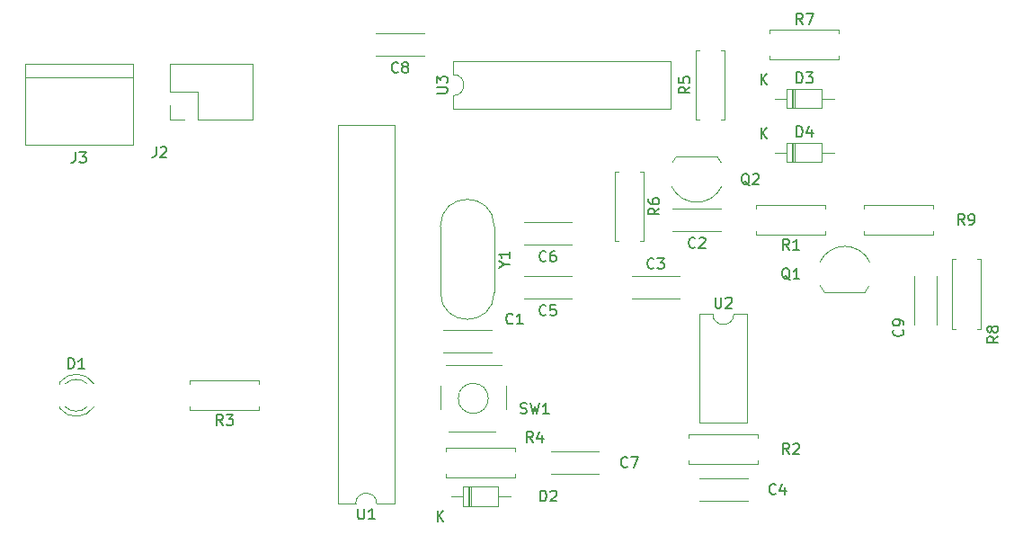
<source format=gbr>
%TF.GenerationSoftware,KiCad,Pcbnew,(6.0.6)*%
%TF.CreationDate,2022-10-04T18:50:56+01:00*%
%TF.ProjectId,VideoTrigger,56696465-6f54-4726-9967-6765722e6b69,rev?*%
%TF.SameCoordinates,Original*%
%TF.FileFunction,Legend,Top*%
%TF.FilePolarity,Positive*%
%FSLAX46Y46*%
G04 Gerber Fmt 4.6, Leading zero omitted, Abs format (unit mm)*
G04 Created by KiCad (PCBNEW (6.0.6)) date 2022-10-04 18:50:56*
%MOMM*%
%LPD*%
G01*
G04 APERTURE LIST*
%ADD10C,0.150000*%
%ADD11C,0.120000*%
G04 APERTURE END LIST*
D10*
%TO.C,Q2*%
X184054761Y-130087619D02*
X183959523Y-130040000D01*
X183864285Y-129944761D01*
X183721428Y-129801904D01*
X183626190Y-129754285D01*
X183530952Y-129754285D01*
X183578571Y-129992380D02*
X183483333Y-129944761D01*
X183388095Y-129849523D01*
X183340476Y-129659047D01*
X183340476Y-129325714D01*
X183388095Y-129135238D01*
X183483333Y-129040000D01*
X183578571Y-128992380D01*
X183769047Y-128992380D01*
X183864285Y-129040000D01*
X183959523Y-129135238D01*
X184007142Y-129325714D01*
X184007142Y-129659047D01*
X183959523Y-129849523D01*
X183864285Y-129944761D01*
X183769047Y-129992380D01*
X183578571Y-129992380D01*
X184388095Y-129087619D02*
X184435714Y-129040000D01*
X184530952Y-128992380D01*
X184769047Y-128992380D01*
X184864285Y-129040000D01*
X184911904Y-129087619D01*
X184959523Y-129182857D01*
X184959523Y-129278095D01*
X184911904Y-129420952D01*
X184340476Y-129992380D01*
X184959523Y-129992380D01*
%TO.C,Q1*%
X187864761Y-138977619D02*
X187769523Y-138930000D01*
X187674285Y-138834761D01*
X187531428Y-138691904D01*
X187436190Y-138644285D01*
X187340952Y-138644285D01*
X187388571Y-138882380D02*
X187293333Y-138834761D01*
X187198095Y-138739523D01*
X187150476Y-138549047D01*
X187150476Y-138215714D01*
X187198095Y-138025238D01*
X187293333Y-137930000D01*
X187388571Y-137882380D01*
X187579047Y-137882380D01*
X187674285Y-137930000D01*
X187769523Y-138025238D01*
X187817142Y-138215714D01*
X187817142Y-138549047D01*
X187769523Y-138739523D01*
X187674285Y-138834761D01*
X187579047Y-138882380D01*
X187388571Y-138882380D01*
X188769523Y-138882380D02*
X188198095Y-138882380D01*
X188483809Y-138882380D02*
X188483809Y-137882380D01*
X188388571Y-138025238D01*
X188293333Y-138120476D01*
X188198095Y-138168095D01*
%TO.C,J3*%
X120570666Y-126960380D02*
X120570666Y-127674666D01*
X120523047Y-127817523D01*
X120427809Y-127912761D01*
X120284952Y-127960380D01*
X120189714Y-127960380D01*
X120951619Y-126960380D02*
X121570666Y-126960380D01*
X121237333Y-127341333D01*
X121380190Y-127341333D01*
X121475428Y-127388952D01*
X121523047Y-127436571D01*
X121570666Y-127531809D01*
X121570666Y-127769904D01*
X121523047Y-127865142D01*
X121475428Y-127912761D01*
X121380190Y-127960380D01*
X121094476Y-127960380D01*
X120999238Y-127912761D01*
X120951619Y-127865142D01*
%TO.C,U1*%
X147193095Y-160532380D02*
X147193095Y-161341904D01*
X147240714Y-161437142D01*
X147288333Y-161484761D01*
X147383571Y-161532380D01*
X147574047Y-161532380D01*
X147669285Y-161484761D01*
X147716904Y-161437142D01*
X147764523Y-161341904D01*
X147764523Y-160532380D01*
X148764523Y-161532380D02*
X148193095Y-161532380D01*
X148478809Y-161532380D02*
X148478809Y-160532380D01*
X148383571Y-160675238D01*
X148288333Y-160770476D01*
X148193095Y-160818095D01*
%TO.C,Y1*%
X160981190Y-137536190D02*
X161457380Y-137536190D01*
X160457380Y-137869523D02*
X160981190Y-137536190D01*
X160457380Y-137202857D01*
X161457380Y-136345714D02*
X161457380Y-136917142D01*
X161457380Y-136631428D02*
X160457380Y-136631428D01*
X160600238Y-136726666D01*
X160695476Y-136821904D01*
X160743095Y-136917142D01*
%TO.C,U3*%
X154602380Y-121411904D02*
X155411904Y-121411904D01*
X155507142Y-121364285D01*
X155554761Y-121316666D01*
X155602380Y-121221428D01*
X155602380Y-121030952D01*
X155554761Y-120935714D01*
X155507142Y-120888095D01*
X155411904Y-120840476D01*
X154602380Y-120840476D01*
X154602380Y-120459523D02*
X154602380Y-119840476D01*
X154983333Y-120173809D01*
X154983333Y-120030952D01*
X155030952Y-119935714D01*
X155078571Y-119888095D01*
X155173809Y-119840476D01*
X155411904Y-119840476D01*
X155507142Y-119888095D01*
X155554761Y-119935714D01*
X155602380Y-120030952D01*
X155602380Y-120316666D01*
X155554761Y-120411904D01*
X155507142Y-120459523D01*
%TO.C,U2*%
X180833095Y-140642380D02*
X180833095Y-141451904D01*
X180880714Y-141547142D01*
X180928333Y-141594761D01*
X181023571Y-141642380D01*
X181214047Y-141642380D01*
X181309285Y-141594761D01*
X181356904Y-141547142D01*
X181404523Y-141451904D01*
X181404523Y-140642380D01*
X181833095Y-140737619D02*
X181880714Y-140690000D01*
X181975952Y-140642380D01*
X182214047Y-140642380D01*
X182309285Y-140690000D01*
X182356904Y-140737619D01*
X182404523Y-140832857D01*
X182404523Y-140928095D01*
X182356904Y-141070952D01*
X181785476Y-141642380D01*
X182404523Y-141642380D01*
%TO.C,SW1*%
X162496666Y-151534761D02*
X162639523Y-151582380D01*
X162877619Y-151582380D01*
X162972857Y-151534761D01*
X163020476Y-151487142D01*
X163068095Y-151391904D01*
X163068095Y-151296666D01*
X163020476Y-151201428D01*
X162972857Y-151153809D01*
X162877619Y-151106190D01*
X162687142Y-151058571D01*
X162591904Y-151010952D01*
X162544285Y-150963333D01*
X162496666Y-150868095D01*
X162496666Y-150772857D01*
X162544285Y-150677619D01*
X162591904Y-150630000D01*
X162687142Y-150582380D01*
X162925238Y-150582380D01*
X163068095Y-150630000D01*
X163401428Y-150582380D02*
X163639523Y-151582380D01*
X163830000Y-150868095D01*
X164020476Y-151582380D01*
X164258571Y-150582380D01*
X165163333Y-151582380D02*
X164591904Y-151582380D01*
X164877619Y-151582380D02*
X164877619Y-150582380D01*
X164782380Y-150725238D01*
X164687142Y-150820476D01*
X164591904Y-150868095D01*
%TO.C,R9*%
X204303333Y-133802380D02*
X203970000Y-133326190D01*
X203731904Y-133802380D02*
X203731904Y-132802380D01*
X204112857Y-132802380D01*
X204208095Y-132850000D01*
X204255714Y-132897619D01*
X204303333Y-132992857D01*
X204303333Y-133135714D01*
X204255714Y-133230952D01*
X204208095Y-133278571D01*
X204112857Y-133326190D01*
X203731904Y-133326190D01*
X204779523Y-133802380D02*
X204970000Y-133802380D01*
X205065238Y-133754761D01*
X205112857Y-133707142D01*
X205208095Y-133564285D01*
X205255714Y-133373809D01*
X205255714Y-132992857D01*
X205208095Y-132897619D01*
X205160476Y-132850000D01*
X205065238Y-132802380D01*
X204874761Y-132802380D01*
X204779523Y-132850000D01*
X204731904Y-132897619D01*
X204684285Y-132992857D01*
X204684285Y-133230952D01*
X204731904Y-133326190D01*
X204779523Y-133373809D01*
X204874761Y-133421428D01*
X205065238Y-133421428D01*
X205160476Y-133373809D01*
X205208095Y-133326190D01*
X205255714Y-133230952D01*
%TO.C,R8*%
X207462380Y-144311666D02*
X206986190Y-144645000D01*
X207462380Y-144883095D02*
X206462380Y-144883095D01*
X206462380Y-144502142D01*
X206510000Y-144406904D01*
X206557619Y-144359285D01*
X206652857Y-144311666D01*
X206795714Y-144311666D01*
X206890952Y-144359285D01*
X206938571Y-144406904D01*
X206986190Y-144502142D01*
X206986190Y-144883095D01*
X206890952Y-143740238D02*
X206843333Y-143835476D01*
X206795714Y-143883095D01*
X206700476Y-143930714D01*
X206652857Y-143930714D01*
X206557619Y-143883095D01*
X206510000Y-143835476D01*
X206462380Y-143740238D01*
X206462380Y-143549761D01*
X206510000Y-143454523D01*
X206557619Y-143406904D01*
X206652857Y-143359285D01*
X206700476Y-143359285D01*
X206795714Y-143406904D01*
X206843333Y-143454523D01*
X206890952Y-143549761D01*
X206890952Y-143740238D01*
X206938571Y-143835476D01*
X206986190Y-143883095D01*
X207081428Y-143930714D01*
X207271904Y-143930714D01*
X207367142Y-143883095D01*
X207414761Y-143835476D01*
X207462380Y-143740238D01*
X207462380Y-143549761D01*
X207414761Y-143454523D01*
X207367142Y-143406904D01*
X207271904Y-143359285D01*
X207081428Y-143359285D01*
X206986190Y-143406904D01*
X206938571Y-143454523D01*
X206890952Y-143549761D01*
%TO.C,R7*%
X189063333Y-114922380D02*
X188730000Y-114446190D01*
X188491904Y-114922380D02*
X188491904Y-113922380D01*
X188872857Y-113922380D01*
X188968095Y-113970000D01*
X189015714Y-114017619D01*
X189063333Y-114112857D01*
X189063333Y-114255714D01*
X189015714Y-114350952D01*
X188968095Y-114398571D01*
X188872857Y-114446190D01*
X188491904Y-114446190D01*
X189396666Y-113922380D02*
X190063333Y-113922380D01*
X189634761Y-114922380D01*
%TO.C,R6*%
X175542380Y-132246666D02*
X175066190Y-132580000D01*
X175542380Y-132818095D02*
X174542380Y-132818095D01*
X174542380Y-132437142D01*
X174590000Y-132341904D01*
X174637619Y-132294285D01*
X174732857Y-132246666D01*
X174875714Y-132246666D01*
X174970952Y-132294285D01*
X175018571Y-132341904D01*
X175066190Y-132437142D01*
X175066190Y-132818095D01*
X174542380Y-131389523D02*
X174542380Y-131580000D01*
X174590000Y-131675238D01*
X174637619Y-131722857D01*
X174780476Y-131818095D01*
X174970952Y-131865714D01*
X175351904Y-131865714D01*
X175447142Y-131818095D01*
X175494761Y-131770476D01*
X175542380Y-131675238D01*
X175542380Y-131484761D01*
X175494761Y-131389523D01*
X175447142Y-131341904D01*
X175351904Y-131294285D01*
X175113809Y-131294285D01*
X175018571Y-131341904D01*
X174970952Y-131389523D01*
X174923333Y-131484761D01*
X174923333Y-131675238D01*
X174970952Y-131770476D01*
X175018571Y-131818095D01*
X175113809Y-131865714D01*
%TO.C,R5*%
X178422380Y-120816666D02*
X177946190Y-121150000D01*
X178422380Y-121388095D02*
X177422380Y-121388095D01*
X177422380Y-121007142D01*
X177470000Y-120911904D01*
X177517619Y-120864285D01*
X177612857Y-120816666D01*
X177755714Y-120816666D01*
X177850952Y-120864285D01*
X177898571Y-120911904D01*
X177946190Y-121007142D01*
X177946190Y-121388095D01*
X177422380Y-119911904D02*
X177422380Y-120388095D01*
X177898571Y-120435714D01*
X177850952Y-120388095D01*
X177803333Y-120292857D01*
X177803333Y-120054761D01*
X177850952Y-119959523D01*
X177898571Y-119911904D01*
X177993809Y-119864285D01*
X178231904Y-119864285D01*
X178327142Y-119911904D01*
X178374761Y-119959523D01*
X178422380Y-120054761D01*
X178422380Y-120292857D01*
X178374761Y-120388095D01*
X178327142Y-120435714D01*
%TO.C,R4*%
X163663333Y-154292380D02*
X163330000Y-153816190D01*
X163091904Y-154292380D02*
X163091904Y-153292380D01*
X163472857Y-153292380D01*
X163568095Y-153340000D01*
X163615714Y-153387619D01*
X163663333Y-153482857D01*
X163663333Y-153625714D01*
X163615714Y-153720952D01*
X163568095Y-153768571D01*
X163472857Y-153816190D01*
X163091904Y-153816190D01*
X164520476Y-153625714D02*
X164520476Y-154292380D01*
X164282380Y-153244761D02*
X164044285Y-153959047D01*
X164663333Y-153959047D01*
%TO.C,R3*%
X134453333Y-152682380D02*
X134120000Y-152206190D01*
X133881904Y-152682380D02*
X133881904Y-151682380D01*
X134262857Y-151682380D01*
X134358095Y-151730000D01*
X134405714Y-151777619D01*
X134453333Y-151872857D01*
X134453333Y-152015714D01*
X134405714Y-152110952D01*
X134358095Y-152158571D01*
X134262857Y-152206190D01*
X133881904Y-152206190D01*
X134786666Y-151682380D02*
X135405714Y-151682380D01*
X135072380Y-152063333D01*
X135215238Y-152063333D01*
X135310476Y-152110952D01*
X135358095Y-152158571D01*
X135405714Y-152253809D01*
X135405714Y-152491904D01*
X135358095Y-152587142D01*
X135310476Y-152634761D01*
X135215238Y-152682380D01*
X134929523Y-152682380D01*
X134834285Y-152634761D01*
X134786666Y-152587142D01*
%TO.C,R2*%
X187793333Y-155392380D02*
X187460000Y-154916190D01*
X187221904Y-155392380D02*
X187221904Y-154392380D01*
X187602857Y-154392380D01*
X187698095Y-154440000D01*
X187745714Y-154487619D01*
X187793333Y-154582857D01*
X187793333Y-154725714D01*
X187745714Y-154820952D01*
X187698095Y-154868571D01*
X187602857Y-154916190D01*
X187221904Y-154916190D01*
X188174285Y-154487619D02*
X188221904Y-154440000D01*
X188317142Y-154392380D01*
X188555238Y-154392380D01*
X188650476Y-154440000D01*
X188698095Y-154487619D01*
X188745714Y-154582857D01*
X188745714Y-154678095D01*
X188698095Y-154820952D01*
X188126666Y-155392380D01*
X188745714Y-155392380D01*
%TO.C,R1*%
X187793333Y-136172380D02*
X187460000Y-135696190D01*
X187221904Y-136172380D02*
X187221904Y-135172380D01*
X187602857Y-135172380D01*
X187698095Y-135220000D01*
X187745714Y-135267619D01*
X187793333Y-135362857D01*
X187793333Y-135505714D01*
X187745714Y-135600952D01*
X187698095Y-135648571D01*
X187602857Y-135696190D01*
X187221904Y-135696190D01*
X188745714Y-136172380D02*
X188174285Y-136172380D01*
X188460000Y-136172380D02*
X188460000Y-135172380D01*
X188364761Y-135315238D01*
X188269523Y-135410476D01*
X188174285Y-135458095D01*
%TO.C,J2*%
X128161666Y-126452380D02*
X128161666Y-127166666D01*
X128114047Y-127309523D01*
X128018809Y-127404761D01*
X127875952Y-127452380D01*
X127780714Y-127452380D01*
X128590238Y-126547619D02*
X128637857Y-126500000D01*
X128733095Y-126452380D01*
X128971190Y-126452380D01*
X129066428Y-126500000D01*
X129114047Y-126547619D01*
X129161666Y-126642857D01*
X129161666Y-126738095D01*
X129114047Y-126880952D01*
X128542619Y-127452380D01*
X129161666Y-127452380D01*
%TO.C,D4*%
X188491904Y-125532380D02*
X188491904Y-124532380D01*
X188730000Y-124532380D01*
X188872857Y-124580000D01*
X188968095Y-124675238D01*
X189015714Y-124770476D01*
X189063333Y-124960952D01*
X189063333Y-125103809D01*
X189015714Y-125294285D01*
X188968095Y-125389523D01*
X188872857Y-125484761D01*
X188730000Y-125532380D01*
X188491904Y-125532380D01*
X189920476Y-124865714D02*
X189920476Y-125532380D01*
X189682380Y-124484761D02*
X189444285Y-125199047D01*
X190063333Y-125199047D01*
X185158095Y-125702380D02*
X185158095Y-124702380D01*
X185729523Y-125702380D02*
X185300952Y-125130952D01*
X185729523Y-124702380D02*
X185158095Y-125273809D01*
%TO.C,D3*%
X188491904Y-120452380D02*
X188491904Y-119452380D01*
X188730000Y-119452380D01*
X188872857Y-119500000D01*
X188968095Y-119595238D01*
X189015714Y-119690476D01*
X189063333Y-119880952D01*
X189063333Y-120023809D01*
X189015714Y-120214285D01*
X188968095Y-120309523D01*
X188872857Y-120404761D01*
X188730000Y-120452380D01*
X188491904Y-120452380D01*
X189396666Y-119452380D02*
X190015714Y-119452380D01*
X189682380Y-119833333D01*
X189825238Y-119833333D01*
X189920476Y-119880952D01*
X189968095Y-119928571D01*
X190015714Y-120023809D01*
X190015714Y-120261904D01*
X189968095Y-120357142D01*
X189920476Y-120404761D01*
X189825238Y-120452380D01*
X189539523Y-120452380D01*
X189444285Y-120404761D01*
X189396666Y-120357142D01*
X185158095Y-120622380D02*
X185158095Y-119622380D01*
X185729523Y-120622380D02*
X185300952Y-120050952D01*
X185729523Y-119622380D02*
X185158095Y-120193809D01*
%TO.C,D2*%
X164361904Y-159837380D02*
X164361904Y-158837380D01*
X164600000Y-158837380D01*
X164742857Y-158885000D01*
X164838095Y-158980238D01*
X164885714Y-159075476D01*
X164933333Y-159265952D01*
X164933333Y-159408809D01*
X164885714Y-159599285D01*
X164838095Y-159694523D01*
X164742857Y-159789761D01*
X164600000Y-159837380D01*
X164361904Y-159837380D01*
X165314285Y-158932619D02*
X165361904Y-158885000D01*
X165457142Y-158837380D01*
X165695238Y-158837380D01*
X165790476Y-158885000D01*
X165838095Y-158932619D01*
X165885714Y-159027857D01*
X165885714Y-159123095D01*
X165838095Y-159265952D01*
X165266666Y-159837380D01*
X165885714Y-159837380D01*
X154678095Y-161742380D02*
X154678095Y-160742380D01*
X155249523Y-161742380D02*
X154820952Y-161170952D01*
X155249523Y-160742380D02*
X154678095Y-161313809D01*
%TO.C,D1*%
X119911904Y-147352380D02*
X119911904Y-146352380D01*
X120150000Y-146352380D01*
X120292857Y-146400000D01*
X120388095Y-146495238D01*
X120435714Y-146590476D01*
X120483333Y-146780952D01*
X120483333Y-146923809D01*
X120435714Y-147114285D01*
X120388095Y-147209523D01*
X120292857Y-147304761D01*
X120150000Y-147352380D01*
X119911904Y-147352380D01*
X121435714Y-147352380D02*
X120864285Y-147352380D01*
X121150000Y-147352380D02*
X121150000Y-146352380D01*
X121054761Y-146495238D01*
X120959523Y-146590476D01*
X120864285Y-146638095D01*
%TO.C,C9*%
X198477142Y-143676666D02*
X198524761Y-143724285D01*
X198572380Y-143867142D01*
X198572380Y-143962380D01*
X198524761Y-144105238D01*
X198429523Y-144200476D01*
X198334285Y-144248095D01*
X198143809Y-144295714D01*
X198000952Y-144295714D01*
X197810476Y-144248095D01*
X197715238Y-144200476D01*
X197620000Y-144105238D01*
X197572380Y-143962380D01*
X197572380Y-143867142D01*
X197620000Y-143724285D01*
X197667619Y-143676666D01*
X198572380Y-143200476D02*
X198572380Y-143010000D01*
X198524761Y-142914761D01*
X198477142Y-142867142D01*
X198334285Y-142771904D01*
X198143809Y-142724285D01*
X197762857Y-142724285D01*
X197667619Y-142771904D01*
X197620000Y-142819523D01*
X197572380Y-142914761D01*
X197572380Y-143105238D01*
X197620000Y-143200476D01*
X197667619Y-143248095D01*
X197762857Y-143295714D01*
X198000952Y-143295714D01*
X198096190Y-143248095D01*
X198143809Y-143200476D01*
X198191428Y-143105238D01*
X198191428Y-142914761D01*
X198143809Y-142819523D01*
X198096190Y-142771904D01*
X198000952Y-142724285D01*
%TO.C,C8*%
X150963333Y-119397142D02*
X150915714Y-119444761D01*
X150772857Y-119492380D01*
X150677619Y-119492380D01*
X150534761Y-119444761D01*
X150439523Y-119349523D01*
X150391904Y-119254285D01*
X150344285Y-119063809D01*
X150344285Y-118920952D01*
X150391904Y-118730476D01*
X150439523Y-118635238D01*
X150534761Y-118540000D01*
X150677619Y-118492380D01*
X150772857Y-118492380D01*
X150915714Y-118540000D01*
X150963333Y-118587619D01*
X151534761Y-118920952D02*
X151439523Y-118873333D01*
X151391904Y-118825714D01*
X151344285Y-118730476D01*
X151344285Y-118682857D01*
X151391904Y-118587619D01*
X151439523Y-118540000D01*
X151534761Y-118492380D01*
X151725238Y-118492380D01*
X151820476Y-118540000D01*
X151868095Y-118587619D01*
X151915714Y-118682857D01*
X151915714Y-118730476D01*
X151868095Y-118825714D01*
X151820476Y-118873333D01*
X151725238Y-118920952D01*
X151534761Y-118920952D01*
X151439523Y-118968571D01*
X151391904Y-119016190D01*
X151344285Y-119111428D01*
X151344285Y-119301904D01*
X151391904Y-119397142D01*
X151439523Y-119444761D01*
X151534761Y-119492380D01*
X151725238Y-119492380D01*
X151820476Y-119444761D01*
X151868095Y-119397142D01*
X151915714Y-119301904D01*
X151915714Y-119111428D01*
X151868095Y-119016190D01*
X151820476Y-118968571D01*
X151725238Y-118920952D01*
%TO.C,C7*%
X172553333Y-156567142D02*
X172505714Y-156614761D01*
X172362857Y-156662380D01*
X172267619Y-156662380D01*
X172124761Y-156614761D01*
X172029523Y-156519523D01*
X171981904Y-156424285D01*
X171934285Y-156233809D01*
X171934285Y-156090952D01*
X171981904Y-155900476D01*
X172029523Y-155805238D01*
X172124761Y-155710000D01*
X172267619Y-155662380D01*
X172362857Y-155662380D01*
X172505714Y-155710000D01*
X172553333Y-155757619D01*
X172886666Y-155662380D02*
X173553333Y-155662380D01*
X173124761Y-156662380D01*
%TO.C,C6*%
X164893333Y-137177142D02*
X164845714Y-137224761D01*
X164702857Y-137272380D01*
X164607619Y-137272380D01*
X164464761Y-137224761D01*
X164369523Y-137129523D01*
X164321904Y-137034285D01*
X164274285Y-136843809D01*
X164274285Y-136700952D01*
X164321904Y-136510476D01*
X164369523Y-136415238D01*
X164464761Y-136320000D01*
X164607619Y-136272380D01*
X164702857Y-136272380D01*
X164845714Y-136320000D01*
X164893333Y-136367619D01*
X165750476Y-136272380D02*
X165560000Y-136272380D01*
X165464761Y-136320000D01*
X165417142Y-136367619D01*
X165321904Y-136510476D01*
X165274285Y-136700952D01*
X165274285Y-137081904D01*
X165321904Y-137177142D01*
X165369523Y-137224761D01*
X165464761Y-137272380D01*
X165655238Y-137272380D01*
X165750476Y-137224761D01*
X165798095Y-137177142D01*
X165845714Y-137081904D01*
X165845714Y-136843809D01*
X165798095Y-136748571D01*
X165750476Y-136700952D01*
X165655238Y-136653333D01*
X165464761Y-136653333D01*
X165369523Y-136700952D01*
X165321904Y-136748571D01*
X165274285Y-136843809D01*
%TO.C,C5*%
X164893333Y-142257142D02*
X164845714Y-142304761D01*
X164702857Y-142352380D01*
X164607619Y-142352380D01*
X164464761Y-142304761D01*
X164369523Y-142209523D01*
X164321904Y-142114285D01*
X164274285Y-141923809D01*
X164274285Y-141780952D01*
X164321904Y-141590476D01*
X164369523Y-141495238D01*
X164464761Y-141400000D01*
X164607619Y-141352380D01*
X164702857Y-141352380D01*
X164845714Y-141400000D01*
X164893333Y-141447619D01*
X165798095Y-141352380D02*
X165321904Y-141352380D01*
X165274285Y-141828571D01*
X165321904Y-141780952D01*
X165417142Y-141733333D01*
X165655238Y-141733333D01*
X165750476Y-141780952D01*
X165798095Y-141828571D01*
X165845714Y-141923809D01*
X165845714Y-142161904D01*
X165798095Y-142257142D01*
X165750476Y-142304761D01*
X165655238Y-142352380D01*
X165417142Y-142352380D01*
X165321904Y-142304761D01*
X165274285Y-142257142D01*
%TO.C,C4*%
X186523333Y-159107142D02*
X186475714Y-159154761D01*
X186332857Y-159202380D01*
X186237619Y-159202380D01*
X186094761Y-159154761D01*
X185999523Y-159059523D01*
X185951904Y-158964285D01*
X185904285Y-158773809D01*
X185904285Y-158630952D01*
X185951904Y-158440476D01*
X185999523Y-158345238D01*
X186094761Y-158250000D01*
X186237619Y-158202380D01*
X186332857Y-158202380D01*
X186475714Y-158250000D01*
X186523333Y-158297619D01*
X187380476Y-158535714D02*
X187380476Y-159202380D01*
X187142380Y-158154761D02*
X186904285Y-158869047D01*
X187523333Y-158869047D01*
%TO.C,C3*%
X175053333Y-137857142D02*
X175005714Y-137904761D01*
X174862857Y-137952380D01*
X174767619Y-137952380D01*
X174624761Y-137904761D01*
X174529523Y-137809523D01*
X174481904Y-137714285D01*
X174434285Y-137523809D01*
X174434285Y-137380952D01*
X174481904Y-137190476D01*
X174529523Y-137095238D01*
X174624761Y-137000000D01*
X174767619Y-136952380D01*
X174862857Y-136952380D01*
X175005714Y-137000000D01*
X175053333Y-137047619D01*
X175386666Y-136952380D02*
X176005714Y-136952380D01*
X175672380Y-137333333D01*
X175815238Y-137333333D01*
X175910476Y-137380952D01*
X175958095Y-137428571D01*
X176005714Y-137523809D01*
X176005714Y-137761904D01*
X175958095Y-137857142D01*
X175910476Y-137904761D01*
X175815238Y-137952380D01*
X175529523Y-137952380D01*
X175434285Y-137904761D01*
X175386666Y-137857142D01*
%TO.C,C2*%
X178943333Y-135907142D02*
X178895714Y-135954761D01*
X178752857Y-136002380D01*
X178657619Y-136002380D01*
X178514761Y-135954761D01*
X178419523Y-135859523D01*
X178371904Y-135764285D01*
X178324285Y-135573809D01*
X178324285Y-135430952D01*
X178371904Y-135240476D01*
X178419523Y-135145238D01*
X178514761Y-135050000D01*
X178657619Y-135002380D01*
X178752857Y-135002380D01*
X178895714Y-135050000D01*
X178943333Y-135097619D01*
X179324285Y-135097619D02*
X179371904Y-135050000D01*
X179467142Y-135002380D01*
X179705238Y-135002380D01*
X179800476Y-135050000D01*
X179848095Y-135097619D01*
X179895714Y-135192857D01*
X179895714Y-135288095D01*
X179848095Y-135430952D01*
X179276666Y-136002380D01*
X179895714Y-136002380D01*
%TO.C,C1*%
X161758333Y-143067142D02*
X161710714Y-143114761D01*
X161567857Y-143162380D01*
X161472619Y-143162380D01*
X161329761Y-143114761D01*
X161234523Y-143019523D01*
X161186904Y-142924285D01*
X161139285Y-142733809D01*
X161139285Y-142590952D01*
X161186904Y-142400476D01*
X161234523Y-142305238D01*
X161329761Y-142210000D01*
X161472619Y-142162380D01*
X161567857Y-142162380D01*
X161710714Y-142210000D01*
X161758333Y-142257619D01*
X162710714Y-143162380D02*
X162139285Y-143162380D01*
X162425000Y-143162380D02*
X162425000Y-142162380D01*
X162329761Y-142305238D01*
X162234523Y-142400476D01*
X162139285Y-142448095D01*
D11*
%TO.C,Q2*%
X181020000Y-127390000D02*
X177170000Y-127390000D01*
X181402631Y-127967955D02*
G75*
G03*
X181020000Y-127390000I-2322631J-1122045D01*
G01*
X176723600Y-130188807D02*
G75*
G03*
X179080000Y-131690000I2356400J1098807D01*
G01*
X177170000Y-127390000D02*
G75*
G03*
X176777617Y-127977736I1910000J-1700000D01*
G01*
X179080000Y-131690000D02*
G75*
G03*
X181436400Y-130188807I0J2600000D01*
G01*
%TO.C,Q1*%
X191100000Y-140130000D02*
X194950000Y-140130000D01*
X190717369Y-139552045D02*
G75*
G03*
X191100000Y-140130000I2322631J1122045D01*
G01*
X195396400Y-137331193D02*
G75*
G03*
X193040000Y-135830000I-2356400J-1098807D01*
G01*
X194950000Y-140130000D02*
G75*
G03*
X195342383Y-139542264I-1910000J1700000D01*
G01*
X193040000Y-135830000D02*
G75*
G03*
X190683600Y-137331193I0J-2600000D01*
G01*
%TO.C,J3*%
X125984000Y-126238000D02*
X125984000Y-118618000D01*
X115824000Y-118618000D02*
X115824000Y-126238000D01*
X115824000Y-119888000D02*
X125984000Y-119888000D01*
X125984000Y-118618000D02*
X115824000Y-118618000D01*
X115824000Y-126238000D02*
X125984000Y-126238000D01*
%TO.C,U1*%
X145305000Y-160080000D02*
X146955000Y-160080000D01*
X145305000Y-124400000D02*
X145305000Y-160080000D01*
X148955000Y-160080000D02*
X150605000Y-160080000D01*
X150605000Y-160080000D02*
X150605000Y-124400000D01*
X150605000Y-124400000D02*
X145305000Y-124400000D01*
X148955000Y-160080000D02*
G75*
G03*
X146955000Y-160080000I-1000000J0D01*
G01*
%TO.C,Y1*%
X154955000Y-133935000D02*
X154955000Y-140185000D01*
X160005000Y-133935000D02*
X160005000Y-140185000D01*
X154955000Y-140185000D02*
G75*
G03*
X160005000Y-140185000I2525000J0D01*
G01*
X160005000Y-133935000D02*
G75*
G03*
X154955000Y-133935000I-2525000J0D01*
G01*
%TO.C,U3*%
X156150000Y-118400000D02*
X156150000Y-119650000D01*
X156150000Y-122900000D02*
X176590000Y-122900000D01*
X176590000Y-118400000D02*
X156150000Y-118400000D01*
X156150000Y-121650000D02*
X156150000Y-122900000D01*
X176590000Y-122900000D02*
X176590000Y-118400000D01*
X156150000Y-121650000D02*
G75*
G03*
X156150000Y-119650000I0J1000000D01*
G01*
%TO.C,U2*%
X179345000Y-142190000D02*
X179345000Y-152470000D01*
X183845000Y-142190000D02*
X182595000Y-142190000D01*
X179345000Y-152470000D02*
X183845000Y-152470000D01*
X183845000Y-152470000D02*
X183845000Y-142190000D01*
X180595000Y-142190000D02*
X179345000Y-142190000D01*
X180595000Y-142190000D02*
G75*
G03*
X182595000Y-142190000I1000000J0D01*
G01*
%TO.C,SW1*%
X161160000Y-149000000D02*
X161160000Y-151200000D01*
X160690000Y-147030000D02*
X155490000Y-147030000D01*
X154920000Y-151200000D02*
X154920000Y-149000000D01*
X160090000Y-153270000D02*
X155690000Y-153270000D01*
X159454214Y-150150000D02*
G75*
G03*
X159454214Y-150150000I-1414214J0D01*
G01*
%TO.C,R9*%
X194850000Y-131980000D02*
X194850000Y-132310000D01*
X201390000Y-134720000D02*
X194850000Y-134720000D01*
X201390000Y-131980000D02*
X194850000Y-131980000D01*
X201390000Y-132310000D02*
X201390000Y-131980000D01*
X201390000Y-134390000D02*
X201390000Y-134720000D01*
X194850000Y-134720000D02*
X194850000Y-134390000D01*
%TO.C,R8*%
X203100000Y-137065000D02*
X203430000Y-137065000D01*
X203430000Y-143605000D02*
X203100000Y-143605000D01*
X205510000Y-143605000D02*
X205840000Y-143605000D01*
X205840000Y-143605000D02*
X205840000Y-137065000D01*
X203100000Y-143605000D02*
X203100000Y-137065000D01*
X205840000Y-137065000D02*
X205510000Y-137065000D01*
%TO.C,R7*%
X192500000Y-118210000D02*
X192500000Y-117880000D01*
X185960000Y-115470000D02*
X192500000Y-115470000D01*
X185960000Y-118210000D02*
X192500000Y-118210000D01*
X185960000Y-117880000D02*
X185960000Y-118210000D01*
X185960000Y-115800000D02*
X185960000Y-115470000D01*
X192500000Y-115470000D02*
X192500000Y-115800000D01*
%TO.C,R6*%
X171350000Y-135350000D02*
X171680000Y-135350000D01*
X174090000Y-128810000D02*
X174090000Y-135350000D01*
X171350000Y-128810000D02*
X171350000Y-135350000D01*
X171680000Y-128810000D02*
X171350000Y-128810000D01*
X173760000Y-128810000D02*
X174090000Y-128810000D01*
X174090000Y-135350000D02*
X173760000Y-135350000D01*
%TO.C,R5*%
X181710000Y-117380000D02*
X181380000Y-117380000D01*
X178970000Y-123920000D02*
X178970000Y-117380000D01*
X181710000Y-123920000D02*
X181710000Y-117380000D01*
X181380000Y-123920000D02*
X181710000Y-123920000D01*
X179300000Y-123920000D02*
X178970000Y-123920000D01*
X178970000Y-117380000D02*
X179300000Y-117380000D01*
%TO.C,R4*%
X162020000Y-157580000D02*
X162020000Y-157250000D01*
X155480000Y-154840000D02*
X162020000Y-154840000D01*
X155480000Y-157580000D02*
X162020000Y-157580000D01*
X155480000Y-157250000D02*
X155480000Y-157580000D01*
X155480000Y-155170000D02*
X155480000Y-154840000D01*
X162020000Y-154840000D02*
X162020000Y-155170000D01*
%TO.C,R3*%
X131350000Y-148490000D02*
X131350000Y-148820000D01*
X137890000Y-151230000D02*
X131350000Y-151230000D01*
X137890000Y-148490000D02*
X131350000Y-148490000D01*
X137890000Y-148820000D02*
X137890000Y-148490000D01*
X137890000Y-150900000D02*
X137890000Y-151230000D01*
X131350000Y-151230000D02*
X131350000Y-150900000D01*
%TO.C,R2*%
X184880000Y-156310000D02*
X184880000Y-155980000D01*
X178340000Y-153570000D02*
X184880000Y-153570000D01*
X178340000Y-156310000D02*
X184880000Y-156310000D01*
X178340000Y-155980000D02*
X178340000Y-156310000D01*
X178340000Y-153900000D02*
X178340000Y-153570000D01*
X184880000Y-153570000D02*
X184880000Y-153900000D01*
%TO.C,R1*%
X184690000Y-131980000D02*
X184690000Y-132310000D01*
X191230000Y-134720000D02*
X184690000Y-134720000D01*
X191230000Y-131980000D02*
X184690000Y-131980000D01*
X191230000Y-132310000D02*
X191230000Y-131980000D01*
X191230000Y-134390000D02*
X191230000Y-134720000D01*
X184690000Y-134720000D02*
X184690000Y-134390000D01*
%TO.C,J2*%
X132095000Y-121290000D02*
X129495000Y-121290000D01*
X137235000Y-123890000D02*
X137235000Y-118690000D01*
X129495000Y-118690000D02*
X137235000Y-118690000D01*
X129495000Y-123890000D02*
X129495000Y-122560000D01*
X132095000Y-123890000D02*
X137235000Y-123890000D01*
X132095000Y-123890000D02*
X132095000Y-121290000D01*
X130825000Y-123890000D02*
X129495000Y-123890000D01*
X129495000Y-121290000D02*
X129495000Y-118690000D01*
%TO.C,D4*%
X188286000Y-126080000D02*
X188286000Y-127920000D01*
X187590000Y-127920000D02*
X190870000Y-127920000D01*
X190870000Y-126080000D02*
X187590000Y-126080000D01*
X186410000Y-127000000D02*
X187590000Y-127000000D01*
X187590000Y-126080000D02*
X187590000Y-127920000D01*
X192050000Y-127000000D02*
X190870000Y-127000000D01*
X190870000Y-127920000D02*
X190870000Y-126080000D01*
X188046000Y-126080000D02*
X188046000Y-127920000D01*
X188166000Y-126080000D02*
X188166000Y-127920000D01*
%TO.C,D3*%
X188286000Y-121000000D02*
X188286000Y-122840000D01*
X187590000Y-122840000D02*
X190870000Y-122840000D01*
X190870000Y-121000000D02*
X187590000Y-121000000D01*
X186410000Y-121920000D02*
X187590000Y-121920000D01*
X187590000Y-121000000D02*
X187590000Y-122840000D01*
X192050000Y-121920000D02*
X190870000Y-121920000D01*
X190870000Y-122840000D02*
X190870000Y-121000000D01*
X188046000Y-121000000D02*
X188046000Y-122840000D01*
X188166000Y-121000000D02*
X188166000Y-122840000D01*
%TO.C,D2*%
X157806000Y-158465000D02*
X157806000Y-160305000D01*
X157110000Y-160305000D02*
X160390000Y-160305000D01*
X160390000Y-158465000D02*
X157110000Y-158465000D01*
X155930000Y-159385000D02*
X157110000Y-159385000D01*
X157110000Y-158465000D02*
X157110000Y-160305000D01*
X161570000Y-159385000D02*
X160390000Y-159385000D01*
X160390000Y-160305000D02*
X160390000Y-158465000D01*
X157566000Y-158465000D02*
X157566000Y-160305000D01*
X157686000Y-158465000D02*
X157686000Y-160305000D01*
%TO.C,D1*%
X119090000Y-148624000D02*
X119090000Y-148780000D01*
X119090000Y-150940000D02*
X119090000Y-151096000D01*
X121691130Y-148780163D02*
G75*
G03*
X119609039Y-148780000I-1041130J-1079837D01*
G01*
X119090000Y-151095516D02*
G75*
G03*
X122322335Y-150938608I1560000J1235516D01*
G01*
X119609039Y-150940000D02*
G75*
G03*
X121691130Y-150939837I1040961J1080000D01*
G01*
X122322335Y-148781392D02*
G75*
G03*
X119090000Y-148624484I-1672335J-1078608D01*
G01*
%TO.C,C9*%
X199605000Y-138660000D02*
X199590000Y-138660000D01*
X201730000Y-143200000D02*
X201715000Y-143200000D01*
X201730000Y-138660000D02*
X201715000Y-138660000D01*
X199605000Y-143200000D02*
X199590000Y-143200000D01*
X201730000Y-138660000D02*
X201730000Y-143200000D01*
X199590000Y-138660000D02*
X199590000Y-143200000D01*
%TO.C,C8*%
X153400000Y-115785000D02*
X153400000Y-115770000D01*
X148860000Y-117910000D02*
X148860000Y-117895000D01*
X153400000Y-117910000D02*
X153400000Y-117895000D01*
X148860000Y-115785000D02*
X148860000Y-115770000D01*
X153400000Y-117910000D02*
X148860000Y-117910000D01*
X153400000Y-115770000D02*
X148860000Y-115770000D01*
%TO.C,C7*%
X165330000Y-157265000D02*
X165330000Y-157280000D01*
X169870000Y-155140000D02*
X169870000Y-155155000D01*
X165330000Y-155140000D02*
X165330000Y-155155000D01*
X169870000Y-157265000D02*
X169870000Y-157280000D01*
X165330000Y-155140000D02*
X169870000Y-155140000D01*
X165330000Y-157280000D02*
X169870000Y-157280000D01*
%TO.C,C6*%
X167330000Y-133565000D02*
X167330000Y-133550000D01*
X162790000Y-135690000D02*
X162790000Y-135675000D01*
X167330000Y-135690000D02*
X167330000Y-135675000D01*
X162790000Y-133565000D02*
X162790000Y-133550000D01*
X167330000Y-135690000D02*
X162790000Y-135690000D01*
X167330000Y-133550000D02*
X162790000Y-133550000D01*
%TO.C,C5*%
X167330000Y-138645000D02*
X167330000Y-138630000D01*
X162790000Y-140770000D02*
X162790000Y-140755000D01*
X167330000Y-140770000D02*
X167330000Y-140755000D01*
X162790000Y-138645000D02*
X162790000Y-138630000D01*
X167330000Y-140770000D02*
X162790000Y-140770000D01*
X167330000Y-138630000D02*
X162790000Y-138630000D01*
%TO.C,C4*%
X183920000Y-157695000D02*
X183920000Y-157680000D01*
X179380000Y-159820000D02*
X179380000Y-159805000D01*
X183920000Y-159820000D02*
X183920000Y-159805000D01*
X179380000Y-157695000D02*
X179380000Y-157680000D01*
X183920000Y-159820000D02*
X179380000Y-159820000D01*
X183920000Y-157680000D02*
X179380000Y-157680000D01*
%TO.C,C3*%
X172950000Y-140770000D02*
X177490000Y-140770000D01*
X172950000Y-138630000D02*
X177490000Y-138630000D01*
X177490000Y-140755000D02*
X177490000Y-140770000D01*
X172950000Y-138630000D02*
X172950000Y-138645000D01*
X177490000Y-138630000D02*
X177490000Y-138645000D01*
X172950000Y-140755000D02*
X172950000Y-140770000D01*
%TO.C,C2*%
X181380000Y-132295000D02*
X181380000Y-132280000D01*
X176840000Y-134420000D02*
X176840000Y-134405000D01*
X181380000Y-134420000D02*
X181380000Y-134405000D01*
X176840000Y-132295000D02*
X176840000Y-132280000D01*
X181380000Y-134420000D02*
X176840000Y-134420000D01*
X181380000Y-132280000D02*
X176840000Y-132280000D01*
%TO.C,C1*%
X155250000Y-145835000D02*
X155250000Y-145850000D01*
X159790000Y-143710000D02*
X159790000Y-143725000D01*
X155250000Y-143710000D02*
X155250000Y-143725000D01*
X159790000Y-145835000D02*
X159790000Y-145850000D01*
X155250000Y-143710000D02*
X159790000Y-143710000D01*
X155250000Y-145850000D02*
X159790000Y-145850000D01*
%TD*%
M02*

</source>
